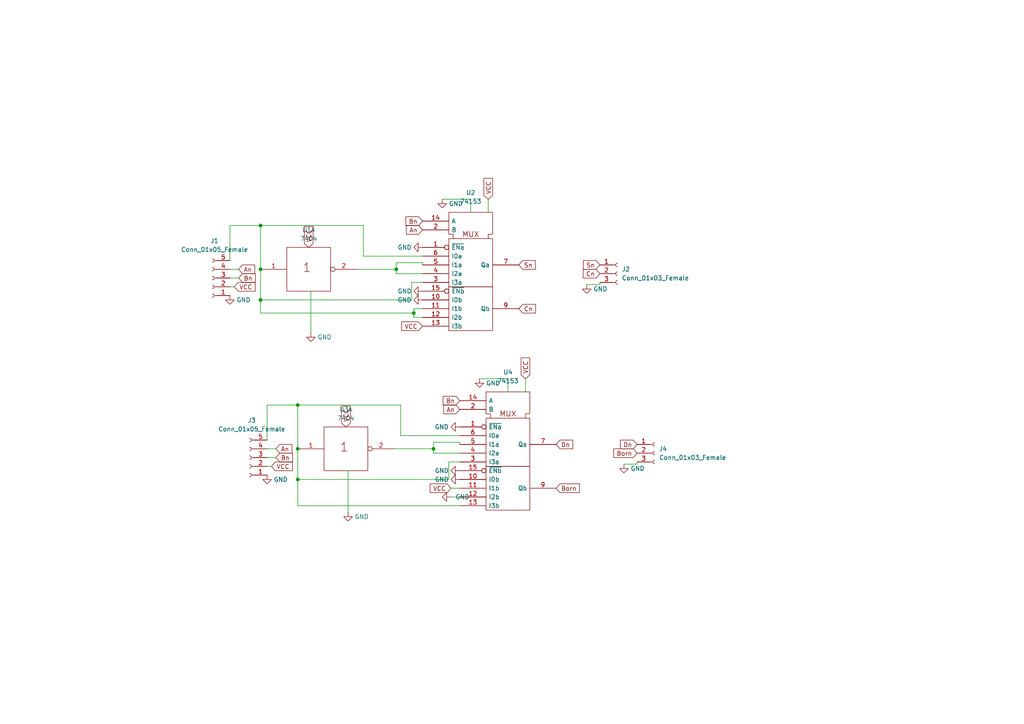
<source format=kicad_sch>
(kicad_sch (version 20211123) (generator eeschema)
  (paper "A4")
  (lib_symbols
    (symbol "74xx_IEEE:7404" (pin_names (offset 0.762))
      (property "Reference" "U" (at 5.08 7.62 0))
      (property "Value" "7404" (at 3.81 -8.89 0))
      (symbol "7404_0_0"
        (text "1" (at -0.508 0.508 0) (effects (font (size 2.54 2.54))))
      )
      (symbol "7404_0_1"
        (rectangle (start -6.35 6.35) (end 6.35 -6.35))
        (pin power_in line (at 0 6.35 270) (length 0) hide (name "Vcc") (number "14"))
        (pin power_in line (at 0 -6.35 90) (length 0) hide (name "Gnd") (number "7"))
      )
      (symbol "7404_1_1"
        (pin input line (at -13.97 0 0) (length 7.62) (name "~") (number "1"))
        (pin input inverted (at 13.97 0 180) (length 7.62) (name "~") (number "2"))
      )
      (symbol "7404_2_1"
        (pin input line (at -13.97 0 0) (length 7.62) (name "~") (number "3"))
        (pin input inverted (at 13.97 0 180) (length 7.62) (name "~") (number "4"))
      )
      (symbol "7404_3_1"
        (pin input line (at -13.97 0 0) (length 7.62) (name "~") (number "5"))
        (pin input inverted (at 13.97 0 180) (length 7.62) (name "~") (number "6"))
      )
      (symbol "7404_4_1"
        (pin input inverted (at 13.97 0 180) (length 7.62) (name "~") (number "8"))
        (pin input line (at -13.97 0 0) (length 7.62) (name "~") (number "9"))
      )
      (symbol "7404_5_1"
        (pin input inverted (at 13.97 0 180) (length 7.62) (name "~") (number "10"))
        (pin input line (at -13.97 0 0) (length 7.62) (name "~") (number "11"))
      )
      (symbol "7404_6_1"
        (pin input inverted (at 13.97 0 180) (length 7.62) (name "~") (number "12"))
        (pin input line (at -13.97 0 0) (length 7.62) (name "~") (number "13"))
      )
    )
    (symbol "74xx_IEEE:74153" (pin_names (offset 0.762))
      (property "Reference" "U" (at 7.62 20.32 0))
      (property "Value" "74153" (at 3.81 -16.51 0))
      (symbol "74153_0_0"
        (rectangle (start -6.35 -2.54) (end 6.35 -15.24))
        (rectangle (start -6.35 11.43) (end 6.35 -2.54))
        (polyline (pts (xy -5.08 11.43) (xy -5.08 12.7) (xy -6.35 12.7) (xy -6.35 19.05) (xy 6.35 19.05) (xy 6.35 12.7) (xy 5.08 12.7) (xy 5.08 11.43) (xy 5.08 11.43)))
        (text "MUX" (at 0 12.7 0) (effects (font (size 1.524 1.524))))
        (pin power_in line (at 5.08 19.05 270) (length 0) hide (name "VCC") (number "16"))
        (pin power_in line (at 0 19.05 270) (length 0) hide (name "GND") (number "8"))
      )
      (symbol "74153_1_1"
        (pin input inverted (at -13.97 8.89 0) (length 7.62) (name "~{ENa}") (number "1"))
        (pin input line (at -13.97 -6.35 0) (length 7.62) (name "I0b") (number "10"))
        (pin input line (at -13.97 -8.89 0) (length 7.62) (name "I1b") (number "11"))
        (pin input line (at -13.97 -11.43 0) (length 7.62) (name "I2b") (number "12"))
        (pin input line (at -13.97 -13.97 0) (length 7.62) (name "I3b") (number "13"))
        (pin input line (at -13.97 16.51 0) (length 7.62) (name "A") (number "14"))
        (pin input inverted (at -13.97 -3.81 0) (length 7.62) (name "~{ENb}") (number "15"))
        (pin input line (at -13.97 13.97 0) (length 7.62) (name "B") (number "2"))
        (pin input line (at -13.97 -1.27 0) (length 7.62) (name "I3a") (number "3"))
        (pin input line (at -13.97 1.27 0) (length 7.62) (name "I2a") (number "4"))
        (pin input line (at -13.97 3.81 0) (length 7.62) (name "I1a") (number "5"))
        (pin input line (at -13.97 6.35 0) (length 7.62) (name "I0a") (number "6"))
        (pin output line (at 13.97 3.81 180) (length 7.62) (name "Qa") (number "7"))
        (pin output line (at 13.97 -8.89 180) (length 7.62) (name "Qb") (number "9"))
      )
    )
    (symbol "Connector:Conn_01x03_Female" (pin_names (offset 1.016) hide)
      (property "Reference" "J" (at 0 5.08 0))
      (property "Value" "Conn_01x03_Female" (at 0 -5.08 0))
      (symbol "Conn_01x03_Female_1_1"
        (arc (start 0 -2.032) (mid -0.508 -2.54) (end 0 -3.048) (stroke (width 0.1524)))
        (polyline (pts (xy -1.27 -2.54) (xy -0.508 -2.54)) (stroke (width 0.1524)))
        (polyline (pts (xy -1.27 0) (xy -0.508 0)) (stroke (width 0.1524)))
        (polyline (pts (xy -1.27 2.54) (xy -0.508 2.54)) (stroke (width 0.1524)))
        (arc (start 0 0.508) (mid -0.508 0) (end 0 -0.508) (stroke (width 0.1524)))
        (arc (start 0 3.048) (mid -0.508 2.54) (end 0 2.032) (stroke (width 0.1524)))
        (pin passive line (at -5.08 2.54 0) (length 3.81) (name "Pin_1") (number "1"))
        (pin passive line (at -5.08 0 0) (length 3.81) (name "Pin_2") (number "2"))
        (pin passive line (at -5.08 -2.54 0) (length 3.81) (name "Pin_3") (number "3"))
      )
    )
    (symbol "Connector:Conn_01x05_Female" (pin_names (offset 1.016) hide)
      (property "Reference" "J" (at 0 7.62 0))
      (property "Value" "Conn_01x05_Female" (at 0 -7.62 0))
      (symbol "Conn_01x05_Female_1_1"
        (arc (start 0 -4.572) (mid -0.508 -5.08) (end 0 -5.588) (stroke (width 0.1524)))
        (arc (start 0 -2.032) (mid -0.508 -2.54) (end 0 -3.048) (stroke (width 0.1524)))
        (polyline (pts (xy -1.27 -5.08) (xy -0.508 -5.08)) (stroke (width 0.1524)))
        (polyline (pts (xy -1.27 -2.54) (xy -0.508 -2.54)) (stroke (width 0.1524)))
        (polyline (pts (xy -1.27 0) (xy -0.508 0)) (stroke (width 0.1524)))
        (polyline (pts (xy -1.27 2.54) (xy -0.508 2.54)) (stroke (width 0.1524)))
        (polyline (pts (xy -1.27 5.08) (xy -0.508 5.08)) (stroke (width 0.1524)))
        (arc (start 0 0.508) (mid -0.508 0) (end 0 -0.508) (stroke (width 0.1524)))
        (arc (start 0 3.048) (mid -0.508 2.54) (end 0 2.032) (stroke (width 0.1524)))
        (arc (start 0 5.588) (mid -0.508 5.08) (end 0 4.572) (stroke (width 0.1524)))
        (pin passive line (at -5.08 5.08 0) (length 3.81) (name "Pin_1") (number "1"))
        (pin passive line (at -5.08 2.54 0) (length 3.81) (name "Pin_2") (number "2"))
        (pin passive line (at -5.08 0 0) (length 3.81) (name "Pin_3") (number "3"))
        (pin passive line (at -5.08 -2.54 0) (length 3.81) (name "Pin_4") (number "4"))
        (pin passive line (at -5.08 -5.08 0) (length 3.81) (name "Pin_5") (number "5"))
      )
    )
    (symbol "power:GND" (power) (pin_names (offset 0))
      (property "Value" "GND" (at 0 -3.81 0))
      (symbol "GND_0_1"
        (polyline (pts (xy 0 0) (xy 0 -1.27) (xy 1.27 -1.27) (xy 0 -2.54) (xy -1.27 -1.27) (xy 0 -1.27)))
      )
      (symbol "GND_1_1"
        (pin power_in line (at 0 0 270) (length 0) hide (name "GND") (number "1"))
      )
    )
  )
  (junction (at 75.565 78.105))
  (junction (at 75.565 86.995))
  (junction (at 75.565 65.405))
  (junction (at 86.36 130.175))
  (junction (at 86.36 139.065))
  (junction (at 86.36 117.475))
  (junction (at 125.73 130.175))
  (junction (at 114.935 78.105))
  (junction (at 120.015 90.805))
  (wire (pts (xy 152.4 109.855) (xy 152.4 113.665)))
  (wire (pts (xy 170.18 82.55) (xy 173.99 82.55)))
  (wire (pts (xy 66.675 80.645) (xy 69.215 80.645)))
  (wire (pts (xy 86.36 130.175) (xy 86.36 117.475)))
  (wire (pts (xy 66.675 78.105) (xy 69.215 78.105)))
  (wire (pts (xy 86.36 139.065) (xy 86.36 146.685)))
  (wire (pts (xy 120.015 89.535) (xy 120.015 90.805)))
  (wire (pts (xy 133.35 146.685) (xy 86.36 146.685)))
  (wire (pts (xy 139.065 109.855) (xy 147.32 109.855)))
  (wire (pts (xy 77.47 135.255) (xy 78.74 135.255)))
  (wire (pts (xy 66.675 83.185) (xy 67.945 83.185)))
  (wire (pts (xy 116.205 126.365) (xy 116.205 117.475)))
  (wire (pts (xy 86.36 117.475) (xy 116.205 117.475)))
  (wire (pts (xy 122.555 74.295) (xy 105.41 74.295)))
  (wire (pts (xy 75.565 78.105) (xy 75.565 65.405)))
  (wire (pts (xy 130.175 133.985) (xy 133.35 133.985)))
  (wire (pts (xy 180.975 134.62) (xy 184.785 134.62)))
  (wire (pts (xy 130.81 144.145) (xy 133.35 144.145)))
  (wire (pts (xy 75.565 78.105) (xy 75.565 86.995)))
  (wire (pts (xy 122.555 76.2) (xy 122.555 76.835)))
  (wire (pts (xy 100.965 148.59) (xy 100.965 136.525)))
  (wire (pts (xy 136.525 57.785) (xy 136.525 61.595)))
  (wire (pts (xy 133.35 128.27) (xy 133.35 128.905)))
  (wire (pts (xy 120.015 90.805) (xy 120.015 92.075)))
  (wire (pts (xy 119.38 86.995) (xy 119.38 81.915)))
  (wire (pts (xy 122.555 89.535) (xy 120.015 89.535)))
  (wire (pts (xy 114.935 78.105) (xy 114.935 76.2)))
  (wire (pts (xy 119.38 81.915) (xy 122.555 81.915)))
  (wire (pts (xy 77.47 132.715) (xy 80.01 132.715)))
  (wire (pts (xy 66.675 65.405) (xy 66.675 75.565)))
  (wire (pts (xy 90.17 96.52) (xy 90.17 84.455)))
  (wire (pts (xy 75.565 90.805) (xy 120.015 90.805)))
  (wire (pts (xy 77.47 117.475) (xy 77.47 127.635)))
  (wire (pts (xy 120.015 92.075) (xy 122.555 92.075)))
  (wire (pts (xy 133.35 126.365) (xy 116.205 126.365)))
  (wire (pts (xy 128.27 57.785) (xy 136.525 57.785)))
  (wire (pts (xy 125.73 128.27) (xy 133.35 128.27)))
  (wire (pts (xy 173.99 82.55) (xy 173.99 81.915)))
  (wire (pts (xy 133.35 141.605) (xy 130.81 141.605)))
  (wire (pts (xy 105.41 74.295) (xy 105.41 65.405)))
  (wire (pts (xy 75.565 86.995) (xy 75.565 90.805)))
  (wire (pts (xy 114.935 78.105) (xy 114.935 79.375)))
  (wire (pts (xy 125.73 130.175) (xy 125.73 131.445)))
  (wire (pts (xy 141.605 57.785) (xy 141.605 61.595)))
  (wire (pts (xy 100.965 136.525) (xy 100.33 136.525)))
  (wire (pts (xy 130.175 139.065) (xy 130.175 133.985)))
  (wire (pts (xy 125.73 131.445) (xy 133.35 131.445)))
  (wire (pts (xy 103.505 78.105) (xy 114.935 78.105)))
  (wire (pts (xy 147.32 109.855) (xy 147.32 113.665)))
  (wire (pts (xy 75.565 86.995) (xy 119.38 86.995)))
  (wire (pts (xy 184.785 134.62) (xy 184.785 133.985)))
  (wire (pts (xy 114.935 76.2) (xy 122.555 76.2)))
  (wire (pts (xy 77.47 117.475) (xy 86.36 117.475)))
  (wire (pts (xy 86.36 130.175) (xy 86.36 139.065)))
  (wire (pts (xy 77.47 130.175) (xy 80.01 130.175)))
  (wire (pts (xy 125.73 130.175) (xy 125.73 128.27)))
  (wire (pts (xy 75.565 65.405) (xy 105.41 65.405)))
  (wire (pts (xy 86.36 139.065) (xy 130.175 139.065)))
  (wire (pts (xy 66.675 65.405) (xy 75.565 65.405)))
  (wire (pts (xy 90.17 84.455) (xy 89.535 84.455)))
  (wire (pts (xy 114.935 79.375) (xy 122.555 79.375)))
  (wire (pts (xy 114.3 130.175) (xy 125.73 130.175)))
  (global_label "An" (shape input) (at 80.01 130.175 0) (property "Intersheet References" "${INTERSHEET_REFS}" (effects hide)))
  (global_label "Sn" (shape input) (at 150.495 76.835 0) (property "Intersheet References" "${INTERSHEET_REFS}" (effects hide)))
  (global_label "Dn" (shape input) (at 184.785 128.905 180) (property "Intersheet References" "${INTERSHEET_REFS}" (effects hide)))
  (global_label "Bn" (shape input) (at 69.215 80.645 0) (property "Intersheet References" "${INTERSHEET_REFS}" (effects hide)))
  (global_label "Cn" (shape input) (at 150.495 89.535 0) (property "Intersheet References" "${INTERSHEET_REFS}" (effects hide)))
  (global_label "VCC" (shape input) (at 122.555 94.615 180) (property "Intersheet References" "${INTERSHEET_REFS}" (effects hide)))
  (global_label "VCC" (shape input) (at 89.535 71.755 90) (property "Intersheet References" "${INTERSHEET_REFS}" (effects hide)))
  (global_label "VCC" (shape input) (at 67.945 83.185 0) (property "Intersheet References" "${INTERSHEET_REFS}" (effects hide)))
  (global_label "Born" (shape input) (at 161.29 141.605 0) (property "Intersheet References" "${INTERSHEET_REFS}" (effects hide)))
  (global_label "An" (shape input) (at 69.215 78.105 0) (property "Intersheet References" "${INTERSHEET_REFS}" (effects hide)))
  (global_label "VCC" (shape input) (at 152.4 109.855 90) (property "Intersheet References" "${INTERSHEET_REFS}" (effects hide)))
  (global_label "VCC" (shape input) (at 130.81 141.605 180) (property "Intersheet References" "${INTERSHEET_REFS}" (effects hide)))
  (global_label "Cn" (shape input) (at 173.99 79.375 180) (property "Intersheet References" "${INTERSHEET_REFS}" (effects hide)))
  (global_label "Sn" (shape input) (at 173.99 76.835 180) (property "Intersheet References" "${INTERSHEET_REFS}" (effects hide)))
  (global_label "VCC" (shape input) (at 100.33 123.825 90) (property "Intersheet References" "${INTERSHEET_REFS}" (effects hide)))
  (global_label "An" (shape input) (at 133.35 118.745 180) (property "Intersheet References" "${INTERSHEET_REFS}" (effects hide)))
  (global_label "Bn" (shape input) (at 122.555 64.135 180) (property "Intersheet References" "${INTERSHEET_REFS}" (effects hide)))
  (global_label "Bn" (shape input) (at 133.35 116.205 180) (property "Intersheet References" "${INTERSHEET_REFS}" (effects hide)))
  (global_label "Bn" (shape input) (at 80.01 132.715 0) (property "Intersheet References" "${INTERSHEET_REFS}" (effects hide)))
  (global_label "VCC" (shape input) (at 141.605 57.785 90) (property "Intersheet References" "${INTERSHEET_REFS}" (effects hide)))
  (global_label "An" (shape input) (at 122.555 66.675 180) (property "Intersheet References" "${INTERSHEET_REFS}" (effects hide)))
  (global_label "Born" (shape input) (at 184.785 131.445 180) (property "Intersheet References" "${INTERSHEET_REFS}" (effects hide)))
  (global_label "Dn" (shape input) (at 161.29 128.905 0) (property "Intersheet References" "${INTERSHEET_REFS}" (effects hide)))
  (global_label "VCC" (shape input) (at 78.74 135.255 0) (property "Intersheet References" "${INTERSHEET_REFS}" (effects hide)))
  (symbol (lib_id "power:GND") (at 122.555 86.995 270) (unit 1)
    (property "Reference" "#PWR04" (effects hide))
    (property "Value" "GND" (at 119.38 86.9949 90) (effects (justify right)))
  )
  (symbol (lib_id "power:GND") (at 90.17 96.52 0) (unit 1)
    (property "Reference" "#PWR0101" (effects hide))
    (property "Value" "GND" (at 92.075 97.7899 0) (effects (justify left)))
  )
  (symbol (lib_id "power:GND") (at 170.18 82.55 0) (unit 1)
    (property "Reference" "#PWR06" (effects hide))
    (property "Value" "GND" (at 172.085 83.8199 0) (effects (justify left)))
  )
  (symbol (lib_id "74xx_IEEE:7404") (at 89.535 78.105 0) (unit 1)
    (property "Reference" "U1" (at 89.535 66.675 0))
    (property "Value" "7404" (at 89.535 69.215 0))
    (property "Footprint" "Package_DIP:DIP-14_W7.62mm_Socket" (effects hide))
  )
  (symbol (lib_id "power:GND") (at 180.975 134.62 0) (unit 1)
    (property "Reference" "#PWR014" (effects hide))
    (property "Value" "GND" (at 182.88 135.8899 0) (effects (justify left)))
  )
  (symbol (lib_id "power:GND") (at 100.965 148.59 0) (unit 1)
    (property "Reference" "#PWR08" (effects hide))
    (property "Value" "GND" (at 102.87 149.8599 0) (effects (justify left)))
  )
  (symbol (lib_id "power:GND") (at 139.065 109.855 0) (unit 1)
    (property "Reference" "#PWR013" (effects hide))
    (property "Value" "GND" (at 140.97 111.1249 0) (effects (justify left)))
  )
  (symbol (lib_id "power:GND") (at 122.555 84.455 270) (unit 1)
    (property "Reference" "#PWR03" (effects hide))
    (property "Value" "GND" (at 119.38 84.4549 90) (effects (justify right)))
  )
  (symbol (lib_id "power:GND") (at 77.47 137.795 0) (unit 1)
    (property "Reference" "#PWR07" (effects hide))
    (property "Value" "GND" (at 79.375 139.0649 0) (effects (justify left)))
  )
  (symbol (lib_id "Connector:Conn_01x03_Female") (at 179.07 79.375 0) (unit 1)
    (property "Reference" "J2" (at 180.34 78.1049 0) (effects (justify left)))
    (property "Value" "Conn_01x03_Female" (at 180.34 80.6449 0) (effects (justify left)))
    (property "Footprint" "Connector_JST:JST_EH_S3B-EH_1x03_P2.50mm_Horizontal" (effects hide))
  )
  (symbol (lib_id "power:GND") (at 130.81 144.145 270) (unit 1)
    (property "Reference" "#PWR09" (effects hide))
    (property "Value" "GND" (at 132.08 144.1449 90) (effects (justify left)))
  )
  (symbol (lib_id "power:GND") (at 122.555 71.755 270) (unit 1)
    (property "Reference" "#PWR02" (effects hide))
    (property "Value" "GND" (at 119.38 71.7549 90) (effects (justify right)))
  )
  (symbol (lib_id "power:GND") (at 133.35 139.065 270) (unit 1)
    (property "Reference" "#PWR012" (effects hide))
    (property "Value" "GND" (at 130.175 139.0649 90) (effects (justify right)))
  )
  (symbol (lib_id "power:GND") (at 128.27 57.785 0) (unit 1)
    (property "Reference" "#PWR05" (effects hide))
    (property "Value" "GND" (at 130.175 59.0549 0) (effects (justify left)))
  )
  (symbol (lib_id "power:GND") (at 66.675 85.725 0) (unit 1)
    (property "Reference" "#PWR01" (effects hide))
    (property "Value" "GND" (at 68.58 86.9949 0) (effects (justify left)))
  )
  (symbol (lib_id "74xx_IEEE:74153") (at 147.32 132.715 0) (unit 1)
    (property "Reference" "U4" (at 147.32 107.95 0))
    (property "Value" "74153" (at 147.32 110.49 0))
    (property "Footprint" "Package_DIP:DIP-16_W7.62mm_Socket" (effects hide))
  )
  (symbol (lib_id "Connector:Conn_01x05_Female") (at 61.595 80.645 180) (unit 1)
    (property "Reference" "J1" (at 62.23 69.85 0))
    (property "Value" "Conn_01x05_Female" (at 62.23 72.39 0))
    (property "Footprint" "Connector_JST:JST_EH_S5B-EH_1x05_P2.50mm_Horizontal" (effects hide))
  )
  (symbol (lib_id "power:GND") (at 133.35 136.525 270) (unit 1)
    (property "Reference" "#PWR011" (effects hide))
    (property "Value" "GND" (at 130.175 136.5249 90) (effects (justify right)))
  )
  (symbol (lib_id "74xx_IEEE:74153") (at 136.525 80.645 0) (unit 1)
    (property "Reference" "U2" (at 136.525 55.88 0))
    (property "Value" "74153" (at 136.525 58.42 0))
    (property "Footprint" "Package_DIP:DIP-16_W7.62mm_Socket" (effects hide))
  )
  (symbol (lib_id "Connector:Conn_01x03_Female") (at 189.865 131.445 0) (unit 1)
    (property "Reference" "J4" (at 191.135 130.1749 0) (effects (justify left)))
    (property "Value" "Conn_01x03_Female" (at 191.135 132.7149 0) (effects (justify left)))
    (property "Footprint" "Connector_JST:JST_EH_S3B-EH_1x03_P2.50mm_Horizontal" (effects hide))
  )
  (symbol (lib_id "Connector:Conn_01x05_Female") (at 72.39 132.715 180) (unit 1)
    (property "Reference" "J3" (at 73.025 121.92 0))
    (property "Value" "Conn_01x05_Female" (at 73.025 124.46 0))
    (property "Footprint" "Connector_JST:JST_EH_S5B-EH_1x05_P2.50mm_Horizontal" (effects hide))
  )
  (symbol (lib_id "power:GND") (at 133.35 123.825 270) (unit 1)
    (property "Reference" "#PWR010" (effects hide))
    (property "Value" "GND" (at 130.175 123.8249 90) (effects (justify right)))
  )
  (symbol (lib_id "74xx_IEEE:7404") (at 100.33 130.175 0) (unit 1)
    (property "Reference" "U3" (at 100.33 118.745 0))
    (property "Value" "7404" (at 100.33 121.285 0))
    (property "Footprint" "Package_DIP:DIP-14_W7.62mm_Socket" (effects hide))
  )
)
</source>
